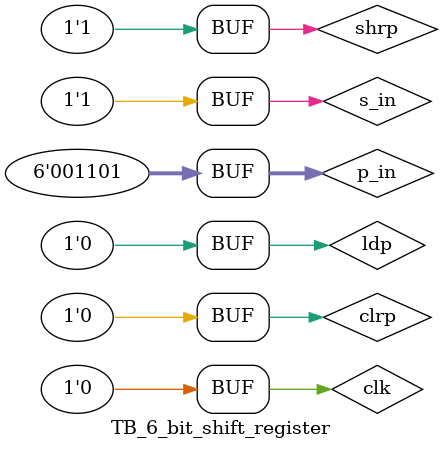
<source format=v>
`timescale 1ns/1ns

module TB_6_bit_shift_register();
	reg clk, s_in, clrp, ldp, shrp;
	reg[5:0] p_in;
	wire s_out;
	wire[5:0] p_out;

	shift_register_6_bit P_REG(clk, p_in, s_in, clrp, ldp, shrp, p_out, s_out);

	initial begin
		clk = 0;
		s_in = 1;
		clrp = 1;
		ldp = 0;
		shrp = 0;
		p_in = 6'b001101;
		#50; clk = 1;
		#50; clk = 0; clrp = 0; ldp = 1;
		#50; clk = 1;
		#50; clk = 0; ldp = 0; shrp = 1;
		#50; clk = 1;
		#50; clk = 0;
		#200;
	end
endmodule




</source>
